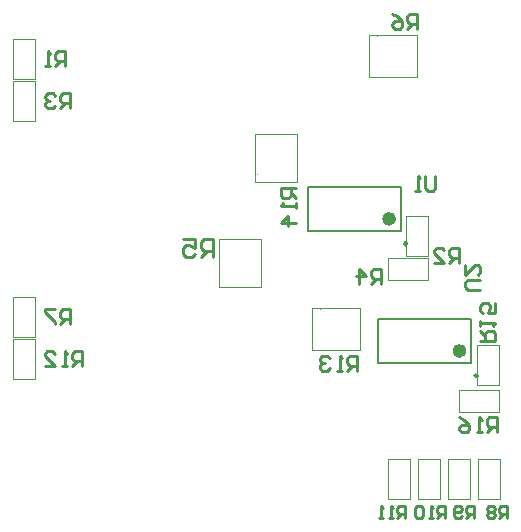
<source format=gbo>
G04 Layer_Color=32896*
%FSLAX25Y25*%
%MOIN*%
G70*
G01*
G75*
%ADD13C,0.01000*%
%ADD30C,0.00787*%
%ADD48C,0.00394*%
%ADD49C,0.02362*%
%ADD50C,0.00984*%
D13*
X64000Y-25000D02*
Y-20002D01*
X61501D01*
X60668Y-20835D01*
Y-22501D01*
X61501Y-23334D01*
X64000D01*
X62334D02*
X60668Y-25000D01*
X56502D02*
Y-20002D01*
X59002Y-22501D01*
X55669D01*
X8000Y-16000D02*
Y-10002D01*
X5001D01*
X4001Y-11002D01*
Y-13001D01*
X5001Y-14001D01*
X8000D01*
X6001D02*
X4001Y-16000D01*
X-1997Y-10002D02*
X2002D01*
Y-13001D01*
X3Y-12001D01*
X-997D01*
X-1997Y-13001D01*
Y-15000D01*
X-997Y-16000D01*
X1002D01*
X2002Y-15000D01*
X90000Y-18000D02*
Y-13002D01*
X87501D01*
X86668Y-13835D01*
Y-15501D01*
X87501Y-16334D01*
X90000D01*
X88334D02*
X86668Y-18000D01*
X81669D02*
X85002D01*
X81669Y-14668D01*
Y-13835D01*
X82502Y-13002D01*
X84169D01*
X85002Y-13835D01*
X56000Y-54000D02*
Y-49002D01*
X53501D01*
X52668Y-49835D01*
Y-51501D01*
X53501Y-52334D01*
X56000D01*
X54334D02*
X52668Y-54000D01*
X51002D02*
X49336D01*
X50169D01*
Y-49002D01*
X51002Y-49835D01*
X46836D02*
X46003Y-49002D01*
X44337D01*
X43504Y-49835D01*
Y-50668D01*
X44337Y-51501D01*
X45170D01*
X44337D01*
X43504Y-52334D01*
Y-53167D01*
X44337Y-54000D01*
X46003D01*
X46836Y-53167D01*
X35543Y6784D02*
X30545D01*
Y4284D01*
X31378Y3451D01*
X33044D01*
X33877Y4284D01*
Y6784D01*
Y5117D02*
X35543Y3451D01*
Y1785D02*
Y119D01*
Y952D01*
X30545D01*
X31378Y1785D01*
X35543Y-4879D02*
X30545D01*
X33044Y-2380D01*
Y-5712D01*
X76000Y60000D02*
Y64998D01*
X73501D01*
X72668Y64165D01*
Y62499D01*
X73501Y61666D01*
X76000D01*
X74334D02*
X72668Y60000D01*
X67669Y64998D02*
X69336Y64165D01*
X71002Y62499D01*
Y60833D01*
X70169Y60000D01*
X68502D01*
X67669Y60833D01*
Y61666D01*
X68502Y62499D01*
X71002D01*
X102500Y-74500D02*
Y-69502D01*
X100001D01*
X99168Y-70335D01*
Y-72001D01*
X100001Y-72834D01*
X102500D01*
X100834D02*
X99168Y-74500D01*
X97502D02*
X95836D01*
X96669D01*
Y-69502D01*
X97502Y-70335D01*
X90004Y-69502D02*
X91670Y-70335D01*
X93336Y-72001D01*
Y-73667D01*
X92503Y-74500D01*
X90837D01*
X90004Y-73667D01*
Y-72834D01*
X90837Y-72001D01*
X93336D01*
X97000Y-44000D02*
X101998D01*
Y-41501D01*
X101165Y-40668D01*
X99499D01*
X98666Y-41501D01*
Y-44000D01*
Y-42334D02*
X97000Y-40668D01*
Y-39002D02*
Y-37336D01*
Y-38169D01*
X101998D01*
X101165Y-39002D01*
X101998Y-31504D02*
Y-34836D01*
X99499D01*
X100332Y-33170D01*
Y-32337D01*
X99499Y-31504D01*
X97833D01*
X97000Y-32337D01*
Y-34003D01*
X97833Y-34836D01*
X82000Y10998D02*
Y6833D01*
X81167Y6000D01*
X79501D01*
X78668Y6833D01*
Y10998D01*
X77002Y6000D02*
X75336D01*
X76169D01*
Y10998D01*
X77002Y10165D01*
X-39700Y33464D02*
Y38462D01*
X-42199D01*
X-43032Y37629D01*
Y35963D01*
X-42199Y35130D01*
X-39700D01*
X-41366D02*
X-43032Y33464D01*
X-44698Y37629D02*
X-45531Y38462D01*
X-47198D01*
X-48031Y37629D01*
Y36796D01*
X-47198Y35963D01*
X-46365D01*
X-47198D01*
X-48031Y35130D01*
Y34297D01*
X-47198Y33464D01*
X-45531D01*
X-44698Y34297D01*
X-41400Y47464D02*
Y52462D01*
X-43899D01*
X-44732Y51629D01*
Y49963D01*
X-43899Y49130D01*
X-41400D01*
X-43066D02*
X-44732Y47464D01*
X-46398D02*
X-48065D01*
X-47231D01*
Y52462D01*
X-46398Y51629D01*
X-39700Y-38536D02*
Y-33538D01*
X-42199D01*
X-43032Y-34371D01*
Y-36037D01*
X-42199Y-36870D01*
X-39700D01*
X-41366D02*
X-43032Y-38536D01*
X-44698Y-33538D02*
X-48031D01*
Y-34371D01*
X-44698Y-37703D01*
Y-38536D01*
X-35600Y-52536D02*
Y-47538D01*
X-38099D01*
X-38932Y-48371D01*
Y-50037D01*
X-38099Y-50870D01*
X-35600D01*
X-37266D02*
X-38932Y-52536D01*
X-40598D02*
X-42265D01*
X-41431D01*
Y-47538D01*
X-40598Y-48371D01*
X-48096Y-52536D02*
X-44764D01*
X-48096Y-49204D01*
Y-48371D01*
X-47263Y-47538D01*
X-45597D01*
X-44764Y-48371D01*
X96998Y-27000D02*
X92833D01*
X92000Y-26167D01*
Y-24501D01*
X92833Y-23668D01*
X96998D01*
X92000Y-18669D02*
Y-22002D01*
X95332Y-18669D01*
X96165D01*
X96998Y-19502D01*
Y-21169D01*
X96165Y-22002D01*
X106000Y-103000D02*
Y-99001D01*
X104001D01*
X103334Y-99668D01*
Y-101001D01*
X104001Y-101667D01*
X106000D01*
X104667D02*
X103334Y-103000D01*
X102001Y-99668D02*
X101335Y-99001D01*
X100002D01*
X99335Y-99668D01*
Y-100334D01*
X100002Y-101001D01*
X99335Y-101667D01*
Y-102334D01*
X100002Y-103000D01*
X101335D01*
X102001Y-102334D01*
Y-101667D01*
X101335Y-101001D01*
X102001Y-100334D01*
Y-99668D01*
X101335Y-101001D02*
X100002D01*
X95000Y-103000D02*
Y-99001D01*
X93001D01*
X92334Y-99668D01*
Y-101001D01*
X93001Y-101667D01*
X95000D01*
X93667D02*
X92334Y-103000D01*
X91001Y-102334D02*
X90335Y-103000D01*
X89002D01*
X88336Y-102334D01*
Y-99668D01*
X89002Y-99001D01*
X90335D01*
X91001Y-99668D01*
Y-100334D01*
X90335Y-101001D01*
X88336D01*
X85333Y-103000D02*
Y-99001D01*
X83333D01*
X82667Y-99668D01*
Y-101001D01*
X83333Y-101667D01*
X85333D01*
X84000D02*
X82667Y-103000D01*
X81334D02*
X80001D01*
X80668D01*
Y-99001D01*
X81334Y-99668D01*
X78002D02*
X77335Y-99001D01*
X76002D01*
X75336Y-99668D01*
Y-102334D01*
X76002Y-103000D01*
X77335D01*
X78002Y-102334D01*
Y-99668D01*
X72000Y-103000D02*
Y-99001D01*
X70001D01*
X69334Y-99668D01*
Y-101001D01*
X70001Y-101667D01*
X72000D01*
X70667D02*
X69334Y-103000D01*
X68001D02*
X66668D01*
X67335D01*
Y-99001D01*
X68001Y-99668D01*
X64669Y-103000D02*
X63336D01*
X64003D01*
Y-99001D01*
X64669Y-99668D01*
D30*
X39449Y-7283D02*
Y7283D01*
X70551Y-7283D02*
Y7283D01*
X39449D02*
X70551D01*
X39449Y-7283D02*
X70551D01*
X62949Y-51284D02*
Y-36716D01*
X94051Y-51284D02*
Y-36716D01*
X62949D02*
X94051D01*
X62949Y-51284D02*
X94051D01*
D48*
X23595Y-12587D02*
G03*
X23595Y-12587I-197J0D01*
G01*
X43784Y-33602D02*
G03*
X43784Y-33602I-197J0D01*
G01*
X22799Y11587D02*
G03*
X22799Y11587I-197J0D01*
G01*
X62783Y57398D02*
G03*
X62783Y57398I-197J0D01*
G01*
X66307Y-23740D02*
Y-16260D01*
X79693D01*
Y-23740D02*
Y-16260D01*
X66307Y-23740D02*
X79693D01*
X10012Y-10028D02*
X23988D01*
X10012Y-25972D02*
Y-10028D01*
Y-25972D02*
X23988D01*
Y-10028D01*
X72260Y-15693D02*
X79740D01*
X72260D02*
Y-2307D01*
X79740D01*
Y-15693D02*
Y-2307D01*
X41028Y-46988D02*
Y-33012D01*
Y-46988D02*
X56972D01*
Y-33012D01*
X41028D02*
X56972D01*
X22012Y9028D02*
X35988D01*
Y24972D01*
X22012D02*
X35988D01*
X22012Y9028D02*
Y24972D01*
X60028Y44012D02*
Y57988D01*
Y44012D02*
X75972D01*
Y57988D01*
X60028D02*
X75972D01*
X89807Y-67740D02*
Y-60260D01*
X103193D01*
Y-67740D02*
Y-60260D01*
X89807Y-67740D02*
X103193D01*
X95760Y-58693D02*
X103240D01*
X95760D02*
Y-45307D01*
X103240D01*
Y-58693D02*
Y-45307D01*
X-58740Y29307D02*
X-51260D01*
X-58740D02*
Y42693D01*
X-51260D01*
Y29307D02*
Y42693D01*
X-58740Y56693D02*
X-51260D01*
Y43307D02*
Y56693D01*
X-58740Y43307D02*
X-51260D01*
X-58740D02*
Y56693D01*
Y-29307D02*
X-51260D01*
Y-42693D02*
Y-29307D01*
X-58740Y-42693D02*
X-51260D01*
X-58740D02*
Y-29307D01*
Y-56693D02*
X-51260D01*
X-58740D02*
Y-43307D01*
X-51260D01*
Y-56693D02*
Y-43307D01*
X96260Y-96693D02*
X103740D01*
X96260D02*
Y-83307D01*
X103740D01*
Y-96693D02*
Y-83307D01*
X86260Y-96693D02*
X93740D01*
X86260D02*
Y-83307D01*
X93740D01*
Y-96693D02*
Y-83307D01*
X76260Y-96693D02*
X83740D01*
X76260D02*
Y-83307D01*
X83740D01*
Y-96693D02*
Y-83307D01*
X66260Y-96693D02*
X73740D01*
X66260D02*
Y-83307D01*
X73740D01*
Y-96693D02*
Y-83307D01*
D49*
X67795Y-3347D02*
G03*
X67795Y-3347I-1181J0D01*
G01*
X91295Y-47346D02*
G03*
X91295Y-47346I-1181J0D01*
G01*
D50*
X72618Y-11614D02*
G03*
X72618Y-11614I-492J0D01*
G01*
X96118Y-55614D02*
G03*
X96118Y-55614I-492J0D01*
G01*
M02*

</source>
